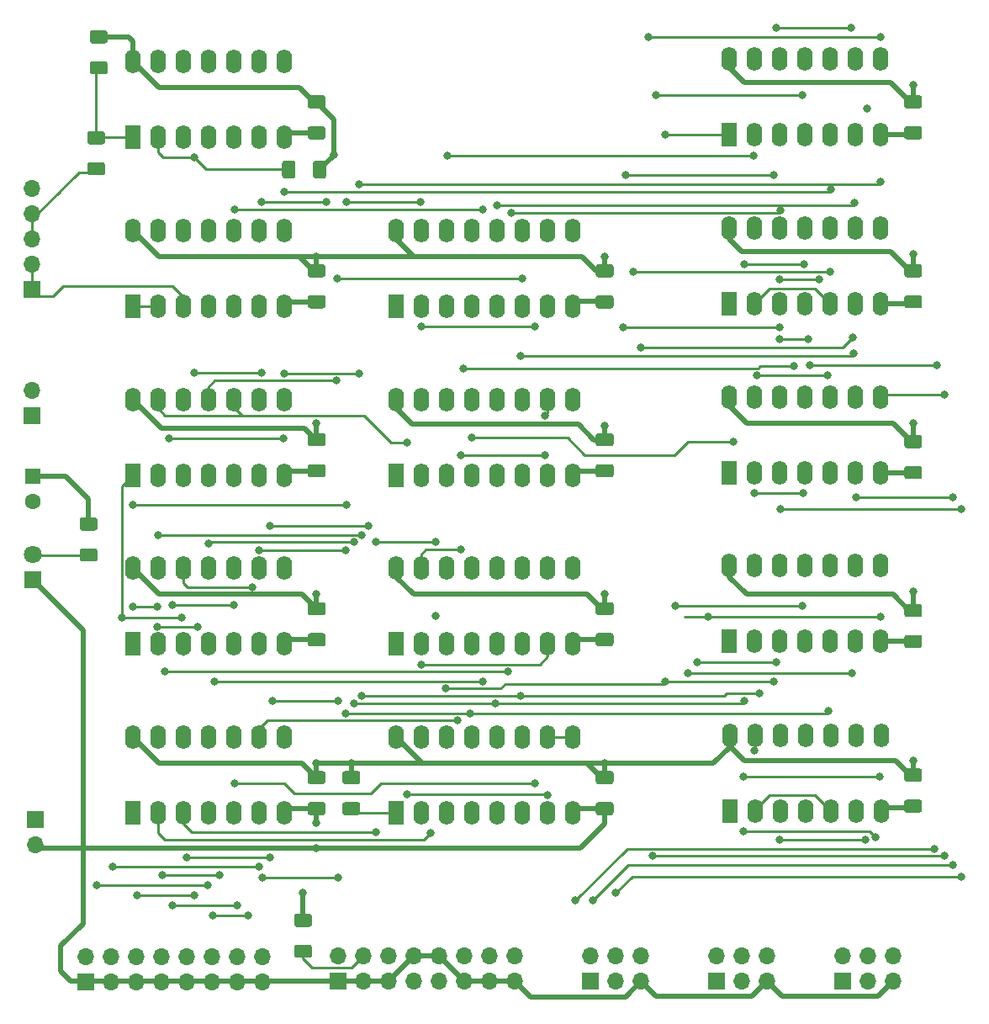
<source format=gbr>
%TF.GenerationSoftware,KiCad,Pcbnew,(5.1.9)-1*%
%TF.CreationDate,2022-04-24T21:01:57-04:00*%
%TF.ProjectId,exorcisortry2,65786f72-6369-4736-9f72-747279322e6b,rev?*%
%TF.SameCoordinates,Original*%
%TF.FileFunction,Copper,L1,Top*%
%TF.FilePolarity,Positive*%
%FSLAX46Y46*%
G04 Gerber Fmt 4.6, Leading zero omitted, Abs format (unit mm)*
G04 Created by KiCad (PCBNEW (5.1.9)-1) date 2022-04-24 21:01:57*
%MOMM*%
%LPD*%
G01*
G04 APERTURE LIST*
%TA.AperFunction,ComponentPad*%
%ADD10O,1.700000X1.700000*%
%TD*%
%TA.AperFunction,ComponentPad*%
%ADD11R,1.700000X1.700000*%
%TD*%
%TA.AperFunction,ComponentPad*%
%ADD12R,1.800000X1.800000*%
%TD*%
%TA.AperFunction,ComponentPad*%
%ADD13C,1.800000*%
%TD*%
%TA.AperFunction,ComponentPad*%
%ADD14O,1.600000X2.400000*%
%TD*%
%TA.AperFunction,ComponentPad*%
%ADD15R,1.600000X2.400000*%
%TD*%
%TA.AperFunction,ComponentPad*%
%ADD16C,1.600000*%
%TD*%
%TA.AperFunction,ComponentPad*%
%ADD17R,1.600000X1.600000*%
%TD*%
%TA.AperFunction,ViaPad*%
%ADD18C,0.800000*%
%TD*%
%TA.AperFunction,Conductor*%
%ADD19C,0.500000*%
%TD*%
%TA.AperFunction,Conductor*%
%ADD20C,0.250000*%
%TD*%
G04 APERTURE END LIST*
%TO.P,C2,2*%
%TO.N,Net-(C2-Pad2)*%
%TA.AperFunction,SMDPad,CuDef*%
G36*
G01*
X34909999Y-30364000D02*
X36210001Y-30364000D01*
G75*
G02*
X36460000Y-30613999I0J-249999D01*
G01*
X36460000Y-31439001D01*
G75*
G02*
X36210001Y-31689000I-249999J0D01*
G01*
X34909999Y-31689000D01*
G75*
G02*
X34660000Y-31439001I0J249999D01*
G01*
X34660000Y-30613999D01*
G75*
G02*
X34909999Y-30364000I249999J0D01*
G01*
G37*
%TD.AperFunction*%
%TO.P,C2,1*%
%TO.N,+5V*%
%TA.AperFunction,SMDPad,CuDef*%
G36*
G01*
X34909999Y-27239000D02*
X36210001Y-27239000D01*
G75*
G02*
X36460000Y-27488999I0J-249999D01*
G01*
X36460000Y-28314001D01*
G75*
G02*
X36210001Y-28564000I-249999J0D01*
G01*
X34909999Y-28564000D01*
G75*
G02*
X34660000Y-28314001I0J249999D01*
G01*
X34660000Y-27488999D01*
G75*
G02*
X34909999Y-27239000I249999J0D01*
G01*
G37*
%TD.AperFunction*%
%TD*%
D10*
%TO.P,J6,2*%
%TO.N,GND*%
X29210000Y-109220000D03*
D11*
%TO.P,J6,1*%
%TO.N,+5V*%
X29210000Y-106680000D03*
%TD*%
D12*
%TO.P,D1,1*%
%TO.N,GND*%
X28956000Y-82550000D03*
D13*
%TO.P,D1,2*%
%TO.N,Net-(D1-Pad2)*%
X28956000Y-80010000D03*
%TD*%
D10*
%TO.P,J5,5*%
%TO.N,GND*%
X28844000Y-43180000D03*
%TO.P,J5,4*%
%TO.N,CLOCK*%
X28844000Y-45720000D03*
%TO.P,J5,3*%
X28844000Y-48260000D03*
%TO.P,J5,2*%
%TO.N,START-STOP*%
X28844000Y-50800000D03*
D11*
%TO.P,J5,1*%
X28844000Y-53340000D03*
%TD*%
D10*
%TO.P,J4,2*%
%TO.N,GND*%
X28844000Y-63500000D03*
D11*
%TO.P,J4,1*%
%TO.N,+5V*%
X28844000Y-66040000D03*
%TD*%
D10*
%TO.P,J2T1,6*%
%TO.N,GND*%
X90170000Y-120396000D03*
%TO.P,J2T1,5*%
X90170000Y-122936000D03*
%TO.P,J2T1,4*%
%TO.N,J2-12*%
X87630000Y-120396000D03*
%TO.P,J2T1,3*%
%TO.N,J2-11*%
X87630000Y-122936000D03*
%TO.P,J2T1,2*%
%TO.N,J2-6*%
X85090000Y-120396000D03*
D11*
%TO.P,J2T1,1*%
%TO.N,J2-5*%
X85090000Y-122936000D03*
%TD*%
D10*
%TO.P,J2R1,6*%
%TO.N,GND*%
X102870000Y-120396000D03*
%TO.P,J2R1,5*%
X102870000Y-122936000D03*
%TO.P,J2R1,4*%
%TO.N,J2-14*%
X100330000Y-120396000D03*
%TO.P,J2R1,3*%
%TO.N,J2-13*%
X100330000Y-122936000D03*
%TO.P,J2R1,2*%
%TO.N,J2-4*%
X97790000Y-120396000D03*
D11*
%TO.P,J2R1,1*%
%TO.N,J2-3*%
X97790000Y-122936000D03*
%TD*%
D10*
%TO.P,J2N1,6*%
%TO.N,GND*%
X115570000Y-120396000D03*
%TO.P,J2N1,5*%
X115570000Y-122936000D03*
%TO.P,J2N1,4*%
%TO.N,J2-16*%
X113030000Y-120396000D03*
%TO.P,J2N1,3*%
%TO.N,J2-15*%
X113030000Y-122936000D03*
%TO.P,J2N1,2*%
%TO.N,J2-2*%
X110490000Y-120396000D03*
D11*
%TO.P,J2N1,1*%
%TO.N,J2-1*%
X110490000Y-122936000D03*
%TD*%
D14*
%TO.P,UA2,14*%
%TO.N,+5V*%
X99075000Y-98171000D03*
%TO.P,UA2,7*%
%TO.N,GND*%
X114315000Y-105791000D03*
%TO.P,UA2,13*%
%TO.N,Net-(UA2-Pad10)*%
X101615000Y-98171000D03*
%TO.P,UA2,6*%
%TO.N,J2-1*%
X111775000Y-105791000D03*
%TO.P,UA2,12*%
%TO.N,Net-(UA2-Pad12)*%
X104155000Y-98171000D03*
%TO.P,UA2,5*%
%TO.N,Net-(UA2-Pad10)*%
X109235000Y-105791000D03*
%TO.P,UA2,11*%
%TO.N,J2-2*%
X106695000Y-98171000D03*
%TO.P,UA2,4*%
%TO.N,Net-(UA2-Pad4)*%
X106695000Y-105791000D03*
%TO.P,UA2,10*%
%TO.N,Net-(UA2-Pad10)*%
X109235000Y-98171000D03*
%TO.P,UA2,3*%
%TO.N,J2-16*%
X104155000Y-105791000D03*
%TO.P,UA2,9*%
%TO.N,Net-(UA2-Pad9)*%
X111775000Y-98171000D03*
%TO.P,UA2,2*%
%TO.N,Net-(UA2-Pad10)*%
X101615000Y-105791000D03*
%TO.P,UA2,8*%
%TO.N,J2-15*%
X114315000Y-98171000D03*
D15*
%TO.P,UA2,1*%
%TO.N,Net-(UA2-Pad1)*%
X99075000Y-105791000D03*
%TD*%
D10*
%TO.P,J3,16*%
%TO.N,J3-16*%
X59690000Y-120396000D03*
%TO.P,J3,15*%
%TO.N,Net-(J3-Pad15)*%
X62230000Y-120396000D03*
%TO.P,J3,14*%
%TO.N,J3-14*%
X64770000Y-120396000D03*
%TO.P,J3,13*%
%TO.N,GND*%
X67310000Y-120396000D03*
%TO.P,J3,12*%
X69850000Y-120396000D03*
%TO.P,J3,11*%
%TO.N,J3-11*%
X72390000Y-120396000D03*
%TO.P,J3,10*%
%TO.N,J3-10*%
X74930000Y-120396000D03*
%TO.P,J3,9*%
%TO.N,J3-9*%
X77470000Y-120396000D03*
%TO.P,J3,8*%
%TO.N,GND*%
X77470000Y-122936000D03*
%TO.P,J3,7*%
X74930000Y-122936000D03*
%TO.P,J3,6*%
X72390000Y-122936000D03*
%TO.P,J3,5*%
%TO.N,J3-5*%
X69850000Y-122936000D03*
%TO.P,J3,4*%
%TO.N,J3-4*%
X67310000Y-122936000D03*
%TO.P,J3,3*%
%TO.N,GND*%
X64770000Y-122936000D03*
%TO.P,J3,2*%
X62230000Y-122936000D03*
D11*
%TO.P,J3,1*%
X59690000Y-122936000D03*
%TD*%
%TO.P,C6,2*%
%TO.N,GND*%
%TA.AperFunction,SMDPad,CuDef*%
G36*
G01*
X56845998Y-70906000D02*
X58146002Y-70906000D01*
G75*
G02*
X58396000Y-71155998I0J-249998D01*
G01*
X58396000Y-71981002D01*
G75*
G02*
X58146002Y-72231000I-249998J0D01*
G01*
X56845998Y-72231000D01*
G75*
G02*
X56596000Y-71981002I0J249998D01*
G01*
X56596000Y-71155998D01*
G75*
G02*
X56845998Y-70906000I249998J0D01*
G01*
G37*
%TD.AperFunction*%
%TO.P,C6,1*%
%TO.N,+5V*%
%TA.AperFunction,SMDPad,CuDef*%
G36*
G01*
X56845998Y-67781000D02*
X58146002Y-67781000D01*
G75*
G02*
X58396000Y-68030998I0J-249998D01*
G01*
X58396000Y-68856002D01*
G75*
G02*
X58146002Y-69106000I-249998J0D01*
G01*
X56845998Y-69106000D01*
G75*
G02*
X56596000Y-68856002I0J249998D01*
G01*
X56596000Y-68030998D01*
G75*
G02*
X56845998Y-67781000I249998J0D01*
G01*
G37*
%TD.AperFunction*%
%TD*%
D14*
%TO.P,UB5,16*%
%TO.N,+5V*%
X65496000Y-47386000D03*
%TO.P,UB5,8*%
%TO.N,GND*%
X83276000Y-55006000D03*
%TO.P,UB5,15*%
%TO.N,Net-(UB5-Pad15)*%
X68036000Y-47386000D03*
%TO.P,UB5,7*%
%TO.N,Net-(UB2-Pad15)*%
X80736000Y-55006000D03*
%TO.P,UB5,14*%
%TO.N,Net-(UA3-Pad12)*%
X70576000Y-47386000D03*
%TO.P,UB5,6*%
%TO.N,Net-(UB5-Pad6)*%
X78196000Y-55006000D03*
%TO.P,UB5,13*%
%TO.N,Net-(UA2-Pad12)*%
X73116000Y-47386000D03*
%TO.P,UB5,5*%
%TO.N,Net-(UB5-Pad5)*%
X75656000Y-55006000D03*
%TO.P,UB5,12*%
%TO.N,Net-(UA5-Pad9)*%
X75656000Y-47386000D03*
%TO.P,UB5,4*%
%TO.N,Net-(UB5-Pad4)*%
X73116000Y-55006000D03*
%TO.P,UB5,11*%
%TO.N,Net-(UB5-Pad11)*%
X78196000Y-47386000D03*
%TO.P,UB5,3*%
%TO.N,Net-(UB5-Pad3)*%
X70576000Y-55006000D03*
%TO.P,UB5,10*%
%TO.N,Net-(UB4-Pad15)*%
X80736000Y-47386000D03*
%TO.P,UB5,2*%
%TO.N,Net-(UB2-Pad2)*%
X68036000Y-55006000D03*
%TO.P,UB5,9*%
%TO.N,Net-(R2-Pad1)*%
X83276000Y-47386000D03*
D15*
%TO.P,UB5,1*%
X65496000Y-55006000D03*
%TD*%
D10*
%TO.P,J1,16*%
%TO.N,Net-(J1-Pad16)*%
X34290000Y-120466000D03*
%TO.P,J1,15*%
%TO.N,Net-(J1-Pad15)*%
X36830000Y-120466000D03*
%TO.P,J1,14*%
%TO.N,Net-(J1-Pad14)*%
X39370000Y-120466000D03*
%TO.P,J1,13*%
%TO.N,Net-(J1-Pad13)*%
X41910000Y-120466000D03*
%TO.P,J1,12*%
%TO.N,Net-(J1-Pad12)*%
X44450000Y-120466000D03*
%TO.P,J1,11*%
%TO.N,Net-(J1-Pad11)*%
X46990000Y-120466000D03*
%TO.P,J1,10*%
%TO.N,Net-(J1-Pad10)*%
X49530000Y-120466000D03*
%TO.P,J1,9*%
%TO.N,Net-(J1-Pad9)*%
X52070000Y-120466000D03*
%TO.P,J1,8*%
%TO.N,GND*%
X52070000Y-123006000D03*
%TO.P,J1,7*%
X49530000Y-123006000D03*
%TO.P,J1,6*%
X46990000Y-123006000D03*
%TO.P,J1,5*%
X44450000Y-123006000D03*
%TO.P,J1,4*%
X41910000Y-123006000D03*
%TO.P,J1,3*%
X39370000Y-123006000D03*
%TO.P,J1,2*%
X36830000Y-123006000D03*
D11*
%TO.P,J1,1*%
X34290000Y-123006000D03*
%TD*%
D14*
%TO.P,UB3,16*%
%TO.N,+5V*%
X65496000Y-81386000D03*
%TO.P,UB3,8*%
%TO.N,GND*%
X83276000Y-89006000D03*
%TO.P,UB3,15*%
%TO.N,Net-(UB3-Pad15)*%
X68036000Y-81386000D03*
%TO.P,UB3,7*%
%TO.N,Net-(UB2-Pad15)*%
X80736000Y-89006000D03*
%TO.P,UB3,14*%
%TO.N,Net-(UB3-Pad14)*%
X70576000Y-81386000D03*
%TO.P,UB3,6*%
%TO.N,Net-(UB3-Pad6)*%
X78196000Y-89006000D03*
%TO.P,UB3,13*%
%TO.N,Net-(UB3-Pad13)*%
X73116000Y-81386000D03*
%TO.P,UB3,5*%
%TO.N,Net-(UB3-Pad5)*%
X75656000Y-89006000D03*
%TO.P,UB3,12*%
%TO.N,Net-(UB3-Pad12)*%
X75656000Y-81386000D03*
%TO.P,UB3,4*%
%TO.N,Net-(UB3-Pad4)*%
X73116000Y-89006000D03*
%TO.P,UB3,11*%
%TO.N,Net-(UB3-Pad11)*%
X78196000Y-81386000D03*
%TO.P,UB3,3*%
%TO.N,Net-(UB3-Pad3)*%
X70576000Y-89006000D03*
%TO.P,UB3,10*%
%TO.N,Net-(UB2-Pad15)*%
X80736000Y-81386000D03*
%TO.P,UB3,2*%
%TO.N,Net-(UB2-Pad2)*%
X68036000Y-89006000D03*
%TO.P,UB3,9*%
%TO.N,Net-(R2-Pad1)*%
X83276000Y-81386000D03*
D15*
%TO.P,UB3,1*%
X65496000Y-89006000D03*
%TD*%
%TO.P,C17,2*%
%TO.N,GND*%
%TA.AperFunction,SMDPad,CuDef*%
G36*
G01*
X116901998Y-36902000D02*
X118202002Y-36902000D01*
G75*
G02*
X118452000Y-37151998I0J-249998D01*
G01*
X118452000Y-37977002D01*
G75*
G02*
X118202002Y-38227000I-249998J0D01*
G01*
X116901998Y-38227000D01*
G75*
G02*
X116652000Y-37977002I0J249998D01*
G01*
X116652000Y-37151998D01*
G75*
G02*
X116901998Y-36902000I249998J0D01*
G01*
G37*
%TD.AperFunction*%
%TO.P,C17,1*%
%TO.N,+5V*%
%TA.AperFunction,SMDPad,CuDef*%
G36*
G01*
X116901998Y-33777000D02*
X118202002Y-33777000D01*
G75*
G02*
X118452000Y-34026998I0J-249998D01*
G01*
X118452000Y-34852002D01*
G75*
G02*
X118202002Y-35102000I-249998J0D01*
G01*
X116901998Y-35102000D01*
G75*
G02*
X116652000Y-34852002I0J249998D01*
G01*
X116652000Y-34026998D01*
G75*
G02*
X116901998Y-33777000I249998J0D01*
G01*
G37*
%TD.AperFunction*%
%TD*%
%TO.P,C16,2*%
%TO.N,GND*%
%TA.AperFunction,SMDPad,CuDef*%
G36*
G01*
X116901998Y-53902000D02*
X118202002Y-53902000D01*
G75*
G02*
X118452000Y-54151998I0J-249998D01*
G01*
X118452000Y-54977002D01*
G75*
G02*
X118202002Y-55227000I-249998J0D01*
G01*
X116901998Y-55227000D01*
G75*
G02*
X116652000Y-54977002I0J249998D01*
G01*
X116652000Y-54151998D01*
G75*
G02*
X116901998Y-53902000I249998J0D01*
G01*
G37*
%TD.AperFunction*%
%TO.P,C16,1*%
%TO.N,+5V*%
%TA.AperFunction,SMDPad,CuDef*%
G36*
G01*
X116901998Y-50777000D02*
X118202002Y-50777000D01*
G75*
G02*
X118452000Y-51026998I0J-249998D01*
G01*
X118452000Y-51852002D01*
G75*
G02*
X118202002Y-52102000I-249998J0D01*
G01*
X116901998Y-52102000D01*
G75*
G02*
X116652000Y-51852002I0J249998D01*
G01*
X116652000Y-51026998D01*
G75*
G02*
X116901998Y-50777000I249998J0D01*
G01*
G37*
%TD.AperFunction*%
%TD*%
%TO.P,C15,2*%
%TO.N,GND*%
%TA.AperFunction,SMDPad,CuDef*%
G36*
G01*
X116901998Y-71089500D02*
X118202002Y-71089500D01*
G75*
G02*
X118452000Y-71339498I0J-249998D01*
G01*
X118452000Y-72164502D01*
G75*
G02*
X118202002Y-72414500I-249998J0D01*
G01*
X116901998Y-72414500D01*
G75*
G02*
X116652000Y-72164502I0J249998D01*
G01*
X116652000Y-71339498D01*
G75*
G02*
X116901998Y-71089500I249998J0D01*
G01*
G37*
%TD.AperFunction*%
%TO.P,C15,1*%
%TO.N,+5V*%
%TA.AperFunction,SMDPad,CuDef*%
G36*
G01*
X116901998Y-67964500D02*
X118202002Y-67964500D01*
G75*
G02*
X118452000Y-68214498I0J-249998D01*
G01*
X118452000Y-69039502D01*
G75*
G02*
X118202002Y-69289500I-249998J0D01*
G01*
X116901998Y-69289500D01*
G75*
G02*
X116652000Y-69039502I0J249998D01*
G01*
X116652000Y-68214498D01*
G75*
G02*
X116901998Y-67964500I249998J0D01*
G01*
G37*
%TD.AperFunction*%
%TD*%
%TO.P,C14,2*%
%TO.N,GND*%
%TA.AperFunction,SMDPad,CuDef*%
G36*
G01*
X116901998Y-88089500D02*
X118202002Y-88089500D01*
G75*
G02*
X118452000Y-88339498I0J-249998D01*
G01*
X118452000Y-89164502D01*
G75*
G02*
X118202002Y-89414500I-249998J0D01*
G01*
X116901998Y-89414500D01*
G75*
G02*
X116652000Y-89164502I0J249998D01*
G01*
X116652000Y-88339498D01*
G75*
G02*
X116901998Y-88089500I249998J0D01*
G01*
G37*
%TD.AperFunction*%
%TO.P,C14,1*%
%TO.N,+5V*%
%TA.AperFunction,SMDPad,CuDef*%
G36*
G01*
X116901998Y-84964500D02*
X118202002Y-84964500D01*
G75*
G02*
X118452000Y-85214498I0J-249998D01*
G01*
X118452000Y-86039502D01*
G75*
G02*
X118202002Y-86289500I-249998J0D01*
G01*
X116901998Y-86289500D01*
G75*
G02*
X116652000Y-86039502I0J249998D01*
G01*
X116652000Y-85214498D01*
G75*
G02*
X116901998Y-84964500I249998J0D01*
G01*
G37*
%TD.AperFunction*%
%TD*%
D14*
%TO.P,UA5,14*%
%TO.N,+5V*%
X99052000Y-47132000D03*
%TO.P,UA5,7*%
%TO.N,GND*%
X114292000Y-54752000D03*
%TO.P,UA5,13*%
%TO.N,Net-(UA4-Pad10)*%
X101592000Y-47132000D03*
%TO.P,UA5,6*%
%TO.N,J3-11*%
X111752000Y-54752000D03*
%TO.P,UA5,12*%
%TO.N,Net-(UA2-Pad4)*%
X104132000Y-47132000D03*
%TO.P,UA5,5*%
%TO.N,Net-(UA3-Pad10)*%
X109212000Y-54752000D03*
%TO.P,UA5,11*%
%TO.N,J3-5*%
X106672000Y-47132000D03*
%TO.P,UA5,4*%
%TO.N,Net-(UA3-Pad12)*%
X106672000Y-54752000D03*
%TO.P,UA5,10*%
%TO.N,Net-(UA5-Pad10)*%
X109212000Y-47132000D03*
%TO.P,UA5,3*%
%TO.N,J3-4*%
X104132000Y-54752000D03*
%TO.P,UA5,9*%
%TO.N,Net-(UA5-Pad9)*%
X111752000Y-47132000D03*
%TO.P,UA5,2*%
%TO.N,Net-(UA3-Pad10)*%
X101592000Y-54752000D03*
%TO.P,UA5,8*%
%TO.N,Net-(UA5-Pad8)*%
X114292000Y-47132000D03*
D15*
%TO.P,UA5,1*%
%TO.N,Net-(UA2-Pad1)*%
X99052000Y-54752000D03*
%TD*%
D14*
%TO.P,UC6,14*%
%TO.N,+5V*%
X38996000Y-30386000D03*
%TO.P,UC6,7*%
%TO.N,GND*%
X54236000Y-38006000D03*
%TO.P,UC6,13*%
%TO.N,N/C*%
X41536000Y-30386000D03*
%TO.P,UC6,6*%
X51696000Y-38006000D03*
%TO.P,UC6,12*%
X44076000Y-30386000D03*
%TO.P,UC6,5*%
X49156000Y-38006000D03*
%TO.P,UC6,11*%
X46616000Y-30386000D03*
%TO.P,UC6,4*%
X46616000Y-38006000D03*
%TO.P,UC6,10*%
X49156000Y-30386000D03*
%TO.P,UC6,3*%
X44076000Y-38006000D03*
%TO.P,UC6,9*%
X51696000Y-30386000D03*
%TO.P,UC6,2*%
%TO.N,Net-(R1-Pad2)*%
X41536000Y-38006000D03*
%TO.P,UC6,8*%
%TO.N,N/C*%
X54236000Y-30386000D03*
D15*
%TO.P,UC6,1*%
%TO.N,Net-(C2-Pad2)*%
X38996000Y-38006000D03*
%TD*%
D14*
%TO.P,UC5,14*%
%TO.N,+5V*%
X38996000Y-47386000D03*
%TO.P,UC5,7*%
%TO.N,GND*%
X54236000Y-55006000D03*
%TO.P,UC5,13*%
%TO.N,N/C*%
X41536000Y-47386000D03*
%TO.P,UC5,6*%
X51696000Y-55006000D03*
%TO.P,UC5,12*%
X44076000Y-47386000D03*
%TO.P,UC5,5*%
X49156000Y-55006000D03*
%TO.P,UC5,11*%
X46616000Y-47386000D03*
%TO.P,UC5,4*%
X46616000Y-55006000D03*
%TO.P,UC5,10*%
%TO.N,Net-(UB3-Pad13)*%
X49156000Y-47386000D03*
%TO.P,UC5,3*%
%TO.N,START-STOP*%
X44076000Y-55006000D03*
%TO.P,UC5,9*%
%TO.N,Net-(UB5-Pad11)*%
X51696000Y-47386000D03*
%TO.P,UC5,2*%
%TO.N,Net-(UC4-Pad3)*%
X41536000Y-55006000D03*
%TO.P,UC5,8*%
%TO.N,Net-(UA5-Pad10)*%
X54236000Y-47386000D03*
D15*
%TO.P,UC5,1*%
%TO.N,Net-(UC4-Pad3)*%
X38996000Y-55006000D03*
%TD*%
D14*
%TO.P,UC4,14*%
%TO.N,+5V*%
X38996000Y-64386000D03*
%TO.P,UC4,7*%
%TO.N,GND*%
X54236000Y-72006000D03*
%TO.P,UC4,13*%
%TO.N,Net-(R2-Pad1)*%
X41536000Y-64386000D03*
%TO.P,UC4,6*%
%TO.N,Net-(UC4-Pad6)*%
X51696000Y-72006000D03*
%TO.P,UC4,12*%
%TO.N,Net-(R1-Pad2)*%
X44076000Y-64386000D03*
%TO.P,UC4,5*%
%TO.N,Net-(UC2-Pad5)*%
X49156000Y-72006000D03*
%TO.P,UC4,11*%
%TO.N,Net-(UC2-Pad2)*%
X46616000Y-64386000D03*
%TO.P,UC4,4*%
%TO.N,Net-(UC2-Pad4)*%
X46616000Y-72006000D03*
%TO.P,UC4,10*%
%TO.N,Net-(R2-Pad1)*%
X49156000Y-64386000D03*
%TO.P,UC4,3*%
%TO.N,Net-(UC4-Pad3)*%
X44076000Y-72006000D03*
%TO.P,UC4,9*%
%TO.N,Net-(R1-Pad2)*%
X51696000Y-64386000D03*
%TO.P,UC4,2*%
%TO.N,Net-(UC4-Pad2)*%
X41536000Y-72006000D03*
%TO.P,UC4,8*%
%TO.N,Net-(UA5-Pad8)*%
X54236000Y-64386000D03*
D15*
%TO.P,UC4,1*%
%TO.N,Net-(UB5-Pad15)*%
X38996000Y-72006000D03*
%TD*%
D14*
%TO.P,UC3,14*%
%TO.N,+5V*%
X38996000Y-98386000D03*
%TO.P,UC3,7*%
%TO.N,GND*%
X54236000Y-106006000D03*
%TO.P,UC3,13*%
%TO.N,Net-(UB3-Pad12)*%
X41536000Y-98386000D03*
%TO.P,UC3,6*%
%TO.N,Net-(J1-Pad15)*%
X51696000Y-106006000D03*
%TO.P,UC3,12*%
%TO.N,Net-(J1-Pad14)*%
X44076000Y-98386000D03*
%TO.P,UC3,5*%
%TO.N,Net-(UB3-Pad11)*%
X49156000Y-106006000D03*
%TO.P,UC3,11*%
%TO.N,Net-(UB3-Pad13)*%
X46616000Y-98386000D03*
%TO.P,UC3,4*%
%TO.N,Net-(J1-Pad16)*%
X46616000Y-106006000D03*
%TO.P,UC3,10*%
%TO.N,Net-(J1-Pad13)*%
X49156000Y-98386000D03*
%TO.P,UC3,3*%
%TO.N,Net-(UB4-Pad14)*%
X44076000Y-106006000D03*
%TO.P,UC3,9*%
%TO.N,Net-(UB3-Pad14)*%
X51696000Y-98386000D03*
%TO.P,UC3,2*%
%TO.N,Net-(UB2-Pad2)*%
X41536000Y-106006000D03*
%TO.P,UC3,8*%
%TO.N,Net-(J1-Pad12)*%
X54236000Y-98386000D03*
D15*
%TO.P,UC3,1*%
%TO.N,Net-(C2-Pad2)*%
X38996000Y-106006000D03*
%TD*%
D14*
%TO.P,UC2,14*%
%TO.N,+5V*%
X38996000Y-81386000D03*
%TO.P,UC2,7*%
%TO.N,GND*%
X54236000Y-89006000D03*
%TO.P,UC2,13*%
%TO.N,Net-(UA3-Pad13)*%
X41536000Y-81386000D03*
%TO.P,UC2,6*%
%TO.N,J3-16*%
X51696000Y-89006000D03*
%TO.P,UC2,12*%
%TO.N,Net-(J1-Pad11)*%
X44076000Y-81386000D03*
%TO.P,UC2,5*%
%TO.N,Net-(UC2-Pad5)*%
X49156000Y-89006000D03*
%TO.P,UC2,11*%
%TO.N,Net-(UA4-Pad10)*%
X46616000Y-81386000D03*
%TO.P,UC2,4*%
%TO.N,Net-(UC2-Pad4)*%
X46616000Y-89006000D03*
%TO.P,UC2,10*%
%TO.N,Net-(J1-Pad10)*%
X49156000Y-81386000D03*
%TO.P,UC2,3*%
%TO.N,Net-(UB5-Pad15)*%
X44076000Y-89006000D03*
%TO.P,UC2,9*%
%TO.N,Net-(UA3-Pad10)*%
X51696000Y-81386000D03*
%TO.P,UC2,2*%
%TO.N,Net-(UC2-Pad2)*%
X41536000Y-89006000D03*
%TO.P,UC2,8*%
%TO.N,Net-(J1-Pad9)*%
X54236000Y-81386000D03*
D15*
%TO.P,UC2,1*%
%TO.N,Net-(UA5-Pad8)*%
X38996000Y-89006000D03*
%TD*%
D14*
%TO.P,UB4,16*%
%TO.N,+5V*%
X65496000Y-64386000D03*
%TO.P,UB4,8*%
%TO.N,GND*%
X83276000Y-72006000D03*
%TO.P,UB4,15*%
%TO.N,Net-(UB4-Pad15)*%
X68036000Y-64386000D03*
%TO.P,UB4,7*%
%TO.N,Net-(UB2-Pad15)*%
X80736000Y-72006000D03*
%TO.P,UB4,14*%
%TO.N,Net-(UB4-Pad14)*%
X70576000Y-64386000D03*
%TO.P,UB4,6*%
%TO.N,Net-(UB4-Pad6)*%
X78196000Y-72006000D03*
%TO.P,UB4,13*%
%TO.N,Net-(UA2-Pad1)*%
X73116000Y-64386000D03*
%TO.P,UB4,5*%
%TO.N,Net-(UB4-Pad5)*%
X75656000Y-72006000D03*
%TO.P,UB4,12*%
%TO.N,Net-(UA2-Pad4)*%
X75656000Y-64386000D03*
%TO.P,UB4,4*%
%TO.N,Net-(UB4-Pad4)*%
X73116000Y-72006000D03*
%TO.P,UB4,11*%
%TO.N,Net-(UA2-Pad9)*%
X78196000Y-64386000D03*
%TO.P,UB4,3*%
%TO.N,Net-(UB4-Pad3)*%
X70576000Y-72006000D03*
%TO.P,UB4,10*%
%TO.N,Net-(UB3-Pad15)*%
X80736000Y-64386000D03*
%TO.P,UB4,2*%
%TO.N,Net-(UB2-Pad2)*%
X68036000Y-72006000D03*
%TO.P,UB4,9*%
%TO.N,Net-(R2-Pad1)*%
X83276000Y-64386000D03*
D15*
%TO.P,UB4,1*%
X65496000Y-72006000D03*
%TD*%
D14*
%TO.P,UB2,16*%
%TO.N,+5V*%
X65496000Y-98386000D03*
%TO.P,UB2,8*%
%TO.N,GND*%
X83276000Y-106006000D03*
%TO.P,UB2,15*%
%TO.N,Net-(UB2-Pad15)*%
X68036000Y-98386000D03*
%TO.P,UB2,7*%
%TO.N,Net-(R2-Pad1)*%
X80736000Y-106006000D03*
%TO.P,UB2,14*%
%TO.N,Net-(UA2-Pad10)*%
X70576000Y-98386000D03*
%TO.P,UB2,6*%
%TO.N,Net-(UB2-Pad6)*%
X78196000Y-106006000D03*
%TO.P,UB2,13*%
%TO.N,Net-(UA3-Pad10)*%
X73116000Y-98386000D03*
%TO.P,UB2,5*%
%TO.N,Net-(UB2-Pad5)*%
X75656000Y-106006000D03*
%TO.P,UB2,12*%
%TO.N,Net-(UA4-Pad10)*%
X75656000Y-98386000D03*
%TO.P,UB2,4*%
%TO.N,Net-(UB2-Pad4)*%
X73116000Y-106006000D03*
%TO.P,UB2,11*%
%TO.N,Net-(UA3-Pad13)*%
X78196000Y-98386000D03*
%TO.P,UB2,3*%
%TO.N,Net-(UB2-Pad3)*%
X70576000Y-106006000D03*
%TO.P,UB2,10*%
%TO.N,Net-(R2-Pad1)*%
X80736000Y-98386000D03*
%TO.P,UB2,2*%
%TO.N,Net-(UB2-Pad2)*%
X68036000Y-106006000D03*
%TO.P,UB2,9*%
%TO.N,Net-(R2-Pad1)*%
X83276000Y-98386000D03*
D15*
%TO.P,UB2,1*%
X65496000Y-106006000D03*
%TD*%
%TO.P,UA6,1*%
%TO.N,Net-(UA2-Pad10)*%
X99052000Y-37752000D03*
D14*
%TO.P,UA6,8*%
%TO.N,J3-10*%
X114292000Y-30132000D03*
%TO.P,UA6,2*%
%TO.N,Net-(UA3-Pad12)*%
X101592000Y-37752000D03*
%TO.P,UA6,9*%
%TO.N,Net-(UA2-Pad12)*%
X111752000Y-30132000D03*
%TO.P,UA6,3*%
%TO.N,J3-14*%
X104132000Y-37752000D03*
%TO.P,UA6,10*%
%TO.N,Net-(UA3-Pad10)*%
X109212000Y-30132000D03*
%TO.P,UA6,4*%
%TO.N,N/C*%
X106672000Y-37752000D03*
%TO.P,UA6,11*%
%TO.N,J3-9*%
X106672000Y-30132000D03*
%TO.P,UA6,5*%
%TO.N,N/C*%
X109212000Y-37752000D03*
%TO.P,UA6,12*%
%TO.N,Net-(UA2-Pad12)*%
X104132000Y-30132000D03*
%TO.P,UA6,6*%
%TO.N,N/C*%
X111752000Y-37752000D03*
%TO.P,UA6,13*%
%TO.N,Net-(UA4-Pad10)*%
X101592000Y-30132000D03*
%TO.P,UA6,7*%
%TO.N,GND*%
X114292000Y-37752000D03*
%TO.P,UA6,14*%
%TO.N,+5V*%
X99052000Y-30132000D03*
%TD*%
%TO.P,UA4,14*%
%TO.N,+5V*%
X99052000Y-64132000D03*
%TO.P,UA4,7*%
%TO.N,GND*%
X114292000Y-71752000D03*
%TO.P,UA4,13*%
%TO.N,Net-(UA4-Pad10)*%
X101592000Y-64132000D03*
%TO.P,UA4,6*%
%TO.N,J2-5*%
X111752000Y-71752000D03*
%TO.P,UA4,12*%
%TO.N,Net-(UA3-Pad12)*%
X104132000Y-64132000D03*
%TO.P,UA4,5*%
%TO.N,Net-(UA2-Pad4)*%
X109212000Y-71752000D03*
%TO.P,UA4,11*%
%TO.N,J2-6*%
X106672000Y-64132000D03*
%TO.P,UA4,4*%
%TO.N,Net-(UA3-Pad13)*%
X106672000Y-71752000D03*
%TO.P,UA4,10*%
%TO.N,Net-(UA4-Pad10)*%
X109212000Y-64132000D03*
%TO.P,UA4,3*%
%TO.N,J2-12*%
X104132000Y-71752000D03*
%TO.P,UA4,9*%
%TO.N,Net-(UA2-Pad9)*%
X111752000Y-64132000D03*
%TO.P,UA4,2*%
%TO.N,Net-(UA4-Pad10)*%
X101592000Y-71752000D03*
%TO.P,UA4,8*%
%TO.N,J2-11*%
X114292000Y-64132000D03*
D15*
%TO.P,UA4,1*%
%TO.N,Net-(UA2-Pad1)*%
X99052000Y-71752000D03*
%TD*%
D14*
%TO.P,UA3,14*%
%TO.N,+5V*%
X99052000Y-81132000D03*
%TO.P,UA3,7*%
%TO.N,GND*%
X114292000Y-88752000D03*
%TO.P,UA3,13*%
%TO.N,Net-(UA3-Pad13)*%
X101592000Y-81132000D03*
%TO.P,UA3,6*%
%TO.N,J2-3*%
X111752000Y-88752000D03*
%TO.P,UA3,12*%
%TO.N,Net-(UA3-Pad12)*%
X104132000Y-81132000D03*
%TO.P,UA3,5*%
%TO.N,Net-(UA3-Pad10)*%
X109212000Y-88752000D03*
%TO.P,UA3,11*%
%TO.N,J2-4*%
X106672000Y-81132000D03*
%TO.P,UA3,4*%
%TO.N,Net-(UA2-Pad4)*%
X106672000Y-88752000D03*
%TO.P,UA3,10*%
%TO.N,Net-(UA3-Pad10)*%
X109212000Y-81132000D03*
%TO.P,UA3,3*%
%TO.N,J2-14*%
X104132000Y-88752000D03*
%TO.P,UA3,9*%
%TO.N,Net-(UA2-Pad9)*%
X111752000Y-81132000D03*
%TO.P,UA3,2*%
%TO.N,Net-(UA3-Pad13)*%
X101592000Y-88752000D03*
%TO.P,UA3,8*%
%TO.N,J2-13*%
X114292000Y-81132000D03*
D15*
%TO.P,UA3,1*%
%TO.N,Net-(UA2-Pad1)*%
X99052000Y-88752000D03*
%TD*%
%TO.P,R5,1*%
%TO.N,+5V*%
%TA.AperFunction,SMDPad,CuDef*%
G36*
G01*
X33893998Y-76261000D02*
X35194002Y-76261000D01*
G75*
G02*
X35444000Y-76510998I0J-249998D01*
G01*
X35444000Y-77336002D01*
G75*
G02*
X35194002Y-77586000I-249998J0D01*
G01*
X33893998Y-77586000D01*
G75*
G02*
X33644000Y-77336002I0J249998D01*
G01*
X33644000Y-76510998D01*
G75*
G02*
X33893998Y-76261000I249998J0D01*
G01*
G37*
%TD.AperFunction*%
%TO.P,R5,2*%
%TO.N,Net-(D1-Pad2)*%
%TA.AperFunction,SMDPad,CuDef*%
G36*
G01*
X33893998Y-79386000D02*
X35194002Y-79386000D01*
G75*
G02*
X35444000Y-79635998I0J-249998D01*
G01*
X35444000Y-80461002D01*
G75*
G02*
X35194002Y-80711000I-249998J0D01*
G01*
X33893998Y-80711000D01*
G75*
G02*
X33644000Y-80461002I0J249998D01*
G01*
X33644000Y-79635998D01*
G75*
G02*
X33893998Y-79386000I249998J0D01*
G01*
G37*
%TD.AperFunction*%
%TD*%
%TO.P,R4,1*%
%TO.N,+5V*%
%TA.AperFunction,SMDPad,CuDef*%
G36*
G01*
X55483998Y-116139000D02*
X56784002Y-116139000D01*
G75*
G02*
X57034000Y-116388998I0J-249998D01*
G01*
X57034000Y-117214002D01*
G75*
G02*
X56784002Y-117464000I-249998J0D01*
G01*
X55483998Y-117464000D01*
G75*
G02*
X55234000Y-117214002I0J249998D01*
G01*
X55234000Y-116388998D01*
G75*
G02*
X55483998Y-116139000I249998J0D01*
G01*
G37*
%TD.AperFunction*%
%TO.P,R4,2*%
%TO.N,Net-(J3-Pad15)*%
%TA.AperFunction,SMDPad,CuDef*%
G36*
G01*
X55483998Y-119264000D02*
X56784002Y-119264000D01*
G75*
G02*
X57034000Y-119513998I0J-249998D01*
G01*
X57034000Y-120339002D01*
G75*
G02*
X56784002Y-120589000I-249998J0D01*
G01*
X55483998Y-120589000D01*
G75*
G02*
X55234000Y-120339002I0J249998D01*
G01*
X55234000Y-119513998D01*
G75*
G02*
X55483998Y-119264000I249998J0D01*
G01*
G37*
%TD.AperFunction*%
%TD*%
%TO.P,R3,1*%
%TO.N,Net-(C2-Pad2)*%
%TA.AperFunction,SMDPad,CuDef*%
G36*
G01*
X34655998Y-37399000D02*
X35956002Y-37399000D01*
G75*
G02*
X36206000Y-37648998I0J-249998D01*
G01*
X36206000Y-38474002D01*
G75*
G02*
X35956002Y-38724000I-249998J0D01*
G01*
X34655998Y-38724000D01*
G75*
G02*
X34406000Y-38474002I0J249998D01*
G01*
X34406000Y-37648998D01*
G75*
G02*
X34655998Y-37399000I249998J0D01*
G01*
G37*
%TD.AperFunction*%
%TO.P,R3,2*%
%TO.N,CLOCK*%
%TA.AperFunction,SMDPad,CuDef*%
G36*
G01*
X34655998Y-40524000D02*
X35956002Y-40524000D01*
G75*
G02*
X36206000Y-40773998I0J-249998D01*
G01*
X36206000Y-41599002D01*
G75*
G02*
X35956002Y-41849000I-249998J0D01*
G01*
X34655998Y-41849000D01*
G75*
G02*
X34406000Y-41599002I0J249998D01*
G01*
X34406000Y-40773998D01*
G75*
G02*
X34655998Y-40524000I249998J0D01*
G01*
G37*
%TD.AperFunction*%
%TD*%
%TO.P,R2,2*%
%TO.N,+5V*%
%TA.AperFunction,SMDPad,CuDef*%
G36*
G01*
X61646002Y-103106000D02*
X60345998Y-103106000D01*
G75*
G02*
X60096000Y-102856002I0J249998D01*
G01*
X60096000Y-102030998D01*
G75*
G02*
X60345998Y-101781000I249998J0D01*
G01*
X61646002Y-101781000D01*
G75*
G02*
X61896000Y-102030998I0J-249998D01*
G01*
X61896000Y-102856002D01*
G75*
G02*
X61646002Y-103106000I-249998J0D01*
G01*
G37*
%TD.AperFunction*%
%TO.P,R2,1*%
%TO.N,Net-(R2-Pad1)*%
%TA.AperFunction,SMDPad,CuDef*%
G36*
G01*
X61646002Y-106231000D02*
X60345998Y-106231000D01*
G75*
G02*
X60096000Y-105981002I0J249998D01*
G01*
X60096000Y-105155998D01*
G75*
G02*
X60345998Y-104906000I249998J0D01*
G01*
X61646002Y-104906000D01*
G75*
G02*
X61896000Y-105155998I0J-249998D01*
G01*
X61896000Y-105981002D01*
G75*
G02*
X61646002Y-106231000I-249998J0D01*
G01*
G37*
%TD.AperFunction*%
%TD*%
%TO.P,R1,1*%
%TO.N,+5V*%
%TA.AperFunction,SMDPad,CuDef*%
G36*
G01*
X58471000Y-40605998D02*
X58471000Y-41906002D01*
G75*
G02*
X58221002Y-42156000I-249998J0D01*
G01*
X57395998Y-42156000D01*
G75*
G02*
X57146000Y-41906002I0J249998D01*
G01*
X57146000Y-40605998D01*
G75*
G02*
X57395998Y-40356000I249998J0D01*
G01*
X58221002Y-40356000D01*
G75*
G02*
X58471000Y-40605998I0J-249998D01*
G01*
G37*
%TD.AperFunction*%
%TO.P,R1,2*%
%TO.N,Net-(R1-Pad2)*%
%TA.AperFunction,SMDPad,CuDef*%
G36*
G01*
X55346000Y-40605998D02*
X55346000Y-41906002D01*
G75*
G02*
X55096002Y-42156000I-249998J0D01*
G01*
X54270998Y-42156000D01*
G75*
G02*
X54021000Y-41906002I0J249998D01*
G01*
X54021000Y-40605998D01*
G75*
G02*
X54270998Y-40356000I249998J0D01*
G01*
X55096002Y-40356000D01*
G75*
G02*
X55346000Y-40605998I0J-249998D01*
G01*
G37*
%TD.AperFunction*%
%TD*%
%TO.P,C13,2*%
%TO.N,GND*%
%TA.AperFunction,SMDPad,CuDef*%
G36*
G01*
X116901998Y-104652000D02*
X118202002Y-104652000D01*
G75*
G02*
X118452000Y-104901998I0J-249998D01*
G01*
X118452000Y-105727002D01*
G75*
G02*
X118202002Y-105977000I-249998J0D01*
G01*
X116901998Y-105977000D01*
G75*
G02*
X116652000Y-105727002I0J249998D01*
G01*
X116652000Y-104901998D01*
G75*
G02*
X116901998Y-104652000I249998J0D01*
G01*
G37*
%TD.AperFunction*%
%TO.P,C13,1*%
%TO.N,+5V*%
%TA.AperFunction,SMDPad,CuDef*%
G36*
G01*
X116901998Y-101527000D02*
X118202002Y-101527000D01*
G75*
G02*
X118452000Y-101776998I0J-249998D01*
G01*
X118452000Y-102602002D01*
G75*
G02*
X118202002Y-102852000I-249998J0D01*
G01*
X116901998Y-102852000D01*
G75*
G02*
X116652000Y-102602002I0J249998D01*
G01*
X116652000Y-101776998D01*
G75*
G02*
X116901998Y-101527000I249998J0D01*
G01*
G37*
%TD.AperFunction*%
%TD*%
%TO.P,C12,2*%
%TO.N,GND*%
%TA.AperFunction,SMDPad,CuDef*%
G36*
G01*
X85845998Y-53906000D02*
X87146002Y-53906000D01*
G75*
G02*
X87396000Y-54155998I0J-249998D01*
G01*
X87396000Y-54981002D01*
G75*
G02*
X87146002Y-55231000I-249998J0D01*
G01*
X85845998Y-55231000D01*
G75*
G02*
X85596000Y-54981002I0J249998D01*
G01*
X85596000Y-54155998D01*
G75*
G02*
X85845998Y-53906000I249998J0D01*
G01*
G37*
%TD.AperFunction*%
%TO.P,C12,1*%
%TO.N,+5V*%
%TA.AperFunction,SMDPad,CuDef*%
G36*
G01*
X85845998Y-50781000D02*
X87146002Y-50781000D01*
G75*
G02*
X87396000Y-51030998I0J-249998D01*
G01*
X87396000Y-51856002D01*
G75*
G02*
X87146002Y-52106000I-249998J0D01*
G01*
X85845998Y-52106000D01*
G75*
G02*
X85596000Y-51856002I0J249998D01*
G01*
X85596000Y-51030998D01*
G75*
G02*
X85845998Y-50781000I249998J0D01*
G01*
G37*
%TD.AperFunction*%
%TD*%
%TO.P,C11,2*%
%TO.N,GND*%
%TA.AperFunction,SMDPad,CuDef*%
G36*
G01*
X85845998Y-70906000D02*
X87146002Y-70906000D01*
G75*
G02*
X87396000Y-71155998I0J-249998D01*
G01*
X87396000Y-71981002D01*
G75*
G02*
X87146002Y-72231000I-249998J0D01*
G01*
X85845998Y-72231000D01*
G75*
G02*
X85596000Y-71981002I0J249998D01*
G01*
X85596000Y-71155998D01*
G75*
G02*
X85845998Y-70906000I249998J0D01*
G01*
G37*
%TD.AperFunction*%
%TO.P,C11,1*%
%TO.N,+5V*%
%TA.AperFunction,SMDPad,CuDef*%
G36*
G01*
X85845998Y-67781000D02*
X87146002Y-67781000D01*
G75*
G02*
X87396000Y-68030998I0J-249998D01*
G01*
X87396000Y-68856002D01*
G75*
G02*
X87146002Y-69106000I-249998J0D01*
G01*
X85845998Y-69106000D01*
G75*
G02*
X85596000Y-68856002I0J249998D01*
G01*
X85596000Y-68030998D01*
G75*
G02*
X85845998Y-67781000I249998J0D01*
G01*
G37*
%TD.AperFunction*%
%TD*%
%TO.P,C10,2*%
%TO.N,GND*%
%TA.AperFunction,SMDPad,CuDef*%
G36*
G01*
X85845998Y-87906000D02*
X87146002Y-87906000D01*
G75*
G02*
X87396000Y-88155998I0J-249998D01*
G01*
X87396000Y-88981002D01*
G75*
G02*
X87146002Y-89231000I-249998J0D01*
G01*
X85845998Y-89231000D01*
G75*
G02*
X85596000Y-88981002I0J249998D01*
G01*
X85596000Y-88155998D01*
G75*
G02*
X85845998Y-87906000I249998J0D01*
G01*
G37*
%TD.AperFunction*%
%TO.P,C10,1*%
%TO.N,+5V*%
%TA.AperFunction,SMDPad,CuDef*%
G36*
G01*
X85845998Y-84781000D02*
X87146002Y-84781000D01*
G75*
G02*
X87396000Y-85030998I0J-249998D01*
G01*
X87396000Y-85856002D01*
G75*
G02*
X87146002Y-86106000I-249998J0D01*
G01*
X85845998Y-86106000D01*
G75*
G02*
X85596000Y-85856002I0J249998D01*
G01*
X85596000Y-85030998D01*
G75*
G02*
X85845998Y-84781000I249998J0D01*
G01*
G37*
%TD.AperFunction*%
%TD*%
%TO.P,C9,2*%
%TO.N,GND*%
%TA.AperFunction,SMDPad,CuDef*%
G36*
G01*
X85845998Y-104906000D02*
X87146002Y-104906000D01*
G75*
G02*
X87396000Y-105155998I0J-249998D01*
G01*
X87396000Y-105981002D01*
G75*
G02*
X87146002Y-106231000I-249998J0D01*
G01*
X85845998Y-106231000D01*
G75*
G02*
X85596000Y-105981002I0J249998D01*
G01*
X85596000Y-105155998D01*
G75*
G02*
X85845998Y-104906000I249998J0D01*
G01*
G37*
%TD.AperFunction*%
%TO.P,C9,1*%
%TO.N,+5V*%
%TA.AperFunction,SMDPad,CuDef*%
G36*
G01*
X85845998Y-101781000D02*
X87146002Y-101781000D01*
G75*
G02*
X87396000Y-102030998I0J-249998D01*
G01*
X87396000Y-102856002D01*
G75*
G02*
X87146002Y-103106000I-249998J0D01*
G01*
X85845998Y-103106000D01*
G75*
G02*
X85596000Y-102856002I0J249998D01*
G01*
X85596000Y-102030998D01*
G75*
G02*
X85845998Y-101781000I249998J0D01*
G01*
G37*
%TD.AperFunction*%
%TD*%
%TO.P,C8,1*%
%TO.N,+5V*%
%TA.AperFunction,SMDPad,CuDef*%
G36*
G01*
X56845998Y-33781000D02*
X58146002Y-33781000D01*
G75*
G02*
X58396000Y-34030998I0J-249998D01*
G01*
X58396000Y-34856002D01*
G75*
G02*
X58146002Y-35106000I-249998J0D01*
G01*
X56845998Y-35106000D01*
G75*
G02*
X56596000Y-34856002I0J249998D01*
G01*
X56596000Y-34030998D01*
G75*
G02*
X56845998Y-33781000I249998J0D01*
G01*
G37*
%TD.AperFunction*%
%TO.P,C8,2*%
%TO.N,GND*%
%TA.AperFunction,SMDPad,CuDef*%
G36*
G01*
X56845998Y-36906000D02*
X58146002Y-36906000D01*
G75*
G02*
X58396000Y-37155998I0J-249998D01*
G01*
X58396000Y-37981002D01*
G75*
G02*
X58146002Y-38231000I-249998J0D01*
G01*
X56845998Y-38231000D01*
G75*
G02*
X56596000Y-37981002I0J249998D01*
G01*
X56596000Y-37155998D01*
G75*
G02*
X56845998Y-36906000I249998J0D01*
G01*
G37*
%TD.AperFunction*%
%TD*%
%TO.P,C7,2*%
%TO.N,GND*%
%TA.AperFunction,SMDPad,CuDef*%
G36*
G01*
X56845998Y-53906000D02*
X58146002Y-53906000D01*
G75*
G02*
X58396000Y-54155998I0J-249998D01*
G01*
X58396000Y-54981002D01*
G75*
G02*
X58146002Y-55231000I-249998J0D01*
G01*
X56845998Y-55231000D01*
G75*
G02*
X56596000Y-54981002I0J249998D01*
G01*
X56596000Y-54155998D01*
G75*
G02*
X56845998Y-53906000I249998J0D01*
G01*
G37*
%TD.AperFunction*%
%TO.P,C7,1*%
%TO.N,+5V*%
%TA.AperFunction,SMDPad,CuDef*%
G36*
G01*
X56845998Y-50781000D02*
X58146002Y-50781000D01*
G75*
G02*
X58396000Y-51030998I0J-249998D01*
G01*
X58396000Y-51856002D01*
G75*
G02*
X58146002Y-52106000I-249998J0D01*
G01*
X56845998Y-52106000D01*
G75*
G02*
X56596000Y-51856002I0J249998D01*
G01*
X56596000Y-51030998D01*
G75*
G02*
X56845998Y-50781000I249998J0D01*
G01*
G37*
%TD.AperFunction*%
%TD*%
%TO.P,C5,2*%
%TO.N,GND*%
%TA.AperFunction,SMDPad,CuDef*%
G36*
G01*
X56845998Y-87906000D02*
X58146002Y-87906000D01*
G75*
G02*
X58396000Y-88155998I0J-249998D01*
G01*
X58396000Y-88981002D01*
G75*
G02*
X58146002Y-89231000I-249998J0D01*
G01*
X56845998Y-89231000D01*
G75*
G02*
X56596000Y-88981002I0J249998D01*
G01*
X56596000Y-88155998D01*
G75*
G02*
X56845998Y-87906000I249998J0D01*
G01*
G37*
%TD.AperFunction*%
%TO.P,C5,1*%
%TO.N,+5V*%
%TA.AperFunction,SMDPad,CuDef*%
G36*
G01*
X56845998Y-84781000D02*
X58146002Y-84781000D01*
G75*
G02*
X58396000Y-85030998I0J-249998D01*
G01*
X58396000Y-85856002D01*
G75*
G02*
X58146002Y-86106000I-249998J0D01*
G01*
X56845998Y-86106000D01*
G75*
G02*
X56596000Y-85856002I0J249998D01*
G01*
X56596000Y-85030998D01*
G75*
G02*
X56845998Y-84781000I249998J0D01*
G01*
G37*
%TD.AperFunction*%
%TD*%
%TO.P,C4,2*%
%TO.N,GND*%
%TA.AperFunction,SMDPad,CuDef*%
G36*
G01*
X56845998Y-104906000D02*
X58146002Y-104906000D01*
G75*
G02*
X58396000Y-105155998I0J-249998D01*
G01*
X58396000Y-105981002D01*
G75*
G02*
X58146002Y-106231000I-249998J0D01*
G01*
X56845998Y-106231000D01*
G75*
G02*
X56596000Y-105981002I0J249998D01*
G01*
X56596000Y-105155998D01*
G75*
G02*
X56845998Y-104906000I249998J0D01*
G01*
G37*
%TD.AperFunction*%
%TO.P,C4,1*%
%TO.N,+5V*%
%TA.AperFunction,SMDPad,CuDef*%
G36*
G01*
X56845998Y-101781000D02*
X58146002Y-101781000D01*
G75*
G02*
X58396000Y-102030998I0J-249998D01*
G01*
X58396000Y-102856002D01*
G75*
G02*
X58146002Y-103106000I-249998J0D01*
G01*
X56845998Y-103106000D01*
G75*
G02*
X56596000Y-102856002I0J249998D01*
G01*
X56596000Y-102030998D01*
G75*
G02*
X56845998Y-101781000I249998J0D01*
G01*
G37*
%TD.AperFunction*%
%TD*%
D16*
%TO.P,C3,2*%
%TO.N,GND*%
X28956000Y-74636000D03*
D17*
%TO.P,C3,1*%
%TO.N,+5V*%
X28956000Y-72136000D03*
%TD*%
D18*
%TO.N,+5V*%
X60996000Y-101006000D03*
X117552000Y-32752000D03*
X117552000Y-49752000D03*
X117552000Y-66752000D03*
X117552000Y-83752000D03*
X117552000Y-100752000D03*
X86496000Y-50006000D03*
X86496000Y-67006000D03*
X86496000Y-84006000D03*
X86496000Y-101006000D03*
X57496000Y-66756000D03*
X57496000Y-84006000D03*
X57496000Y-50006000D03*
X59246000Y-39756000D03*
X57496000Y-101006000D03*
X56134000Y-114046000D03*
%TO.N,GND*%
X57496000Y-109506000D03*
X57496000Y-107006000D03*
%TO.N,Net-(J1-Pad16)*%
X46496000Y-113270000D03*
X35320000Y-113270000D03*
%TO.N,Net-(J1-Pad15)*%
X51706000Y-111362000D03*
X36974000Y-111362000D03*
%TO.N,Net-(J1-Pad14)*%
X45201010Y-114260990D03*
X39409010Y-114260990D03*
%TO.N,Net-(J1-Pad13)*%
X47741010Y-112278990D03*
X41920990Y-112278990D03*
%TO.N,Net-(J1-Pad12)*%
X52836000Y-110486000D03*
X44454000Y-110486000D03*
%TO.N,Net-(J1-Pad11)*%
X50996000Y-83256000D03*
X50570990Y-116307010D03*
X47014990Y-116307010D03*
%TO.N,Net-(J1-Pad10)*%
X42950990Y-85051010D03*
X49200990Y-85051010D03*
X42950990Y-115291010D03*
X49505010Y-115291010D03*
%TO.N,Net-(J1-Pad9)*%
X53086000Y-94742000D03*
X59690000Y-94742000D03*
X59690000Y-112522000D03*
X52070000Y-112522000D03*
%TO.N,Net-(R1-Pad2)*%
X45201010Y-40050990D03*
X45201010Y-61711010D03*
X51951010Y-61711010D03*
%TO.N,Net-(R2-Pad1)*%
X66621010Y-68756000D03*
X66621010Y-104131010D03*
X80736000Y-104246000D03*
%TO.N,Net-(UA2-Pad10)*%
X101552000Y-99752000D03*
X103552000Y-92752000D03*
X92552000Y-92752000D03*
X92552000Y-37752000D03*
X70516009Y-93485991D03*
%TO.N,Net-(UA2-Pad12)*%
X103797010Y-26997010D03*
X111306990Y-26997010D03*
X105546990Y-61007010D03*
X72251010Y-61261010D03*
%TO.N,Net-(UA2-Pad4)*%
X77070990Y-45580990D03*
X104227010Y-45326990D03*
X108086990Y-52286990D03*
X104086990Y-52286990D03*
%TO.N,Net-(UA2-Pad9)*%
X111552000Y-59752000D03*
X77996000Y-60006000D03*
%TO.N,Net-(UA2-Pad1)*%
X73116000Y-68256000D03*
X99432000Y-68632000D03*
%TO.N,Net-(UA3-Pad13)*%
X41536000Y-78046000D03*
X61996000Y-78006000D03*
X61996000Y-94256000D03*
X77996000Y-94256000D03*
X102052000Y-94002000D03*
X101592000Y-73792000D03*
X106512000Y-73792000D03*
%TO.N,Net-(UA3-Pad12)*%
X101472000Y-39832000D03*
X104132000Y-58332000D03*
X106972000Y-58332000D03*
X106552000Y-50752000D03*
X100552000Y-50752000D03*
X70658000Y-39832000D03*
%TO.N,Net-(UA3-Pad10)*%
X51696000Y-79556000D03*
X60446000Y-79556000D03*
X60446000Y-95956000D03*
X72946000Y-95956000D03*
X109002000Y-95702000D03*
%TO.N,Net-(UA4-Pad10)*%
X46616000Y-78876000D03*
X61246000Y-78756000D03*
X61246000Y-95006000D03*
X75496000Y-95006000D03*
X100552000Y-94752000D03*
X101802000Y-61917010D03*
X108967010Y-61917010D03*
%TO.N,Net-(UA5-Pad10)*%
X54236000Y-43516000D03*
X109292000Y-43262000D03*
%TO.N,Net-(UA5-Pad9)*%
X75656000Y-44846000D03*
X111642000Y-44592000D03*
%TO.N,Net-(UA5-Pad8)*%
X38996000Y-85256000D03*
X41496000Y-85256000D03*
X42661010Y-68340990D03*
X54161010Y-68340990D03*
X54236000Y-61766000D03*
X61756000Y-61766000D03*
X61756000Y-42766000D03*
X114292000Y-42512000D03*
%TO.N,Net-(UB2-Pad15)*%
X68036000Y-91046000D03*
%TO.N,Net-(UB2-Pad2)*%
X69450990Y-86210990D03*
X68996000Y-108006000D03*
%TO.N,Net-(UB3-Pad15)*%
X80496000Y-66006000D03*
X80496000Y-70006000D03*
X71996000Y-70006000D03*
X71990990Y-79500990D03*
%TO.N,Net-(UB3-Pad14)*%
X71701010Y-96711010D03*
%TO.N,Net-(UB3-Pad13)*%
X74241010Y-92760990D03*
X47241010Y-92760990D03*
X74241010Y-45251010D03*
X49241010Y-45251010D03*
%TO.N,Net-(UB3-Pad12)*%
X76781010Y-91791010D03*
X42210990Y-91791010D03*
%TO.N,Net-(UB3-Pad11)*%
X79496000Y-103006000D03*
X49246000Y-103006000D03*
%TO.N,Net-(UB4-Pad15)*%
X68036000Y-57046000D03*
X79456000Y-57046000D03*
%TO.N,Net-(UB4-Pad14)*%
X69450990Y-78710990D03*
X63454990Y-78710990D03*
X63454990Y-107960990D03*
%TO.N,Net-(UB5-Pad15)*%
X37870990Y-86380990D03*
X43870990Y-86380990D03*
X67996000Y-44506000D03*
X60496000Y-44506000D03*
X60496000Y-75006000D03*
X38996000Y-75006000D03*
%TO.N,Net-(UB5-Pad11)*%
X78196000Y-52206000D03*
X59546000Y-52206000D03*
X58496000Y-44506000D03*
X51996000Y-44506000D03*
%TO.N,Net-(UC2-Pad2)*%
X41496000Y-87256000D03*
X59496000Y-62506000D03*
X45490990Y-87250990D03*
%TO.N,J2-16*%
X104132000Y-108704000D03*
X112768000Y-108704000D03*
%TO.N,J2-15*%
X100466990Y-102337010D03*
X114216990Y-102337010D03*
X100466990Y-107813010D03*
X113792000Y-108458000D03*
%TO.N,J2-14*%
X95852000Y-90802000D03*
X103752000Y-90802000D03*
%TO.N,J2-13*%
X114302000Y-86252000D03*
X96882000Y-86252000D03*
%TO.N,J2-12*%
X122432000Y-112382000D03*
X122432000Y-75382000D03*
X104182000Y-75382000D03*
X87630000Y-114046000D03*
%TO.N,J2-11*%
X120722000Y-110332000D03*
X120722000Y-63922000D03*
X91282000Y-110332000D03*
%TO.N,J2-6*%
X119717010Y-109586990D03*
X119952000Y-60952000D03*
X107136990Y-60917010D03*
X83566000Y-114808000D03*
%TO.N,J2-5*%
X121557010Y-111257010D03*
X121557010Y-74257010D03*
X111807010Y-74257010D03*
X85344000Y-114808000D03*
%TO.N,J2-4*%
X93652001Y-85151999D03*
X106402001Y-85151999D03*
%TO.N,J2-3*%
X94902001Y-91901999D03*
X111402001Y-91901999D03*
%TO.N,J3-16*%
X52821010Y-77081010D03*
X62670990Y-77081010D03*
%TO.N,J3-14*%
X88646000Y-41783000D03*
X103505000Y-41783000D03*
%TO.N,J3-11*%
X112877010Y-35077010D03*
X90170000Y-59182000D03*
X111506000Y-58166000D03*
%TO.N,J3-10*%
X114292000Y-27948000D03*
X90940000Y-27948000D03*
%TO.N,J3-9*%
X91694000Y-33782000D03*
X106426000Y-33782000D03*
%TO.N,J3-5*%
X89408000Y-51562000D03*
X109219989Y-51561989D03*
%TO.N,J3-4*%
X88392000Y-57150000D03*
X104140000Y-57150000D03*
%TD*%
D19*
%TO.N,+5V*%
X57496000Y-85443500D02*
X56058500Y-84006000D01*
X56058500Y-84006000D02*
X41616000Y-84006000D01*
X41616000Y-84006000D02*
X38996000Y-81386000D01*
X117552000Y-34189500D02*
X117552000Y-32752000D01*
X117552000Y-51189500D02*
X117552000Y-49752000D01*
X117552000Y-68189500D02*
X117552000Y-66752000D01*
X117552000Y-85189500D02*
X117552000Y-83752000D01*
X117552000Y-102189500D02*
X117552000Y-100752000D01*
X57496000Y-51443500D02*
X57496000Y-50006000D01*
X57496000Y-85443500D02*
X57496000Y-84006000D01*
X86496000Y-51443500D02*
X86496000Y-50006000D01*
X86496000Y-68443500D02*
X86496000Y-67006000D01*
X86496000Y-102443500D02*
X86496000Y-101006000D01*
X57496000Y-102443500D02*
X56058500Y-101006000D01*
X41616000Y-101006000D02*
X38996000Y-98386000D01*
X56058500Y-101006000D02*
X41616000Y-101006000D01*
X57496000Y-68443500D02*
X57496000Y-66756000D01*
X57496000Y-51443500D02*
X57496000Y-50006000D01*
X59246000Y-39818500D02*
X57808500Y-41256000D01*
X59246000Y-39756000D02*
X59246000Y-39818500D01*
X57496000Y-101006000D02*
X57496000Y-102443500D01*
X41866000Y-67256000D02*
X38996000Y-64386000D01*
X56308500Y-67256000D02*
X41866000Y-67256000D01*
X57496000Y-68443500D02*
X56308500Y-67256000D01*
X57496000Y-51443500D02*
X57183500Y-51443500D01*
X57183500Y-51443500D02*
X55746000Y-50006000D01*
X41616000Y-50006000D02*
X38996000Y-47386000D01*
X55746000Y-50006000D02*
X41616000Y-50006000D01*
X57496000Y-34443500D02*
X57183500Y-34443500D01*
X57183500Y-34443500D02*
X55746000Y-33006000D01*
X41616000Y-33006000D02*
X38996000Y-30386000D01*
X55746000Y-33006000D02*
X41616000Y-33006000D01*
X60996000Y-101006000D02*
X57496000Y-101006000D01*
X60996000Y-101006000D02*
X60996000Y-102443500D01*
X86496000Y-85443500D02*
X86496000Y-84006000D01*
X86496000Y-102443500D02*
X86183500Y-102443500D01*
X86183500Y-102443500D02*
X84746000Y-101006000D01*
X68116000Y-101006000D02*
X65496000Y-98386000D01*
X86496000Y-85443500D02*
X86183500Y-85443500D01*
X86183500Y-85443500D02*
X84746000Y-84006000D01*
X65496000Y-82256000D02*
X65496000Y-81386000D01*
X67246000Y-84006000D02*
X65496000Y-82256000D01*
X65496000Y-65256000D02*
X65496000Y-64386000D01*
X67096001Y-66856001D02*
X65496000Y-65256000D01*
X83846001Y-66856001D02*
X67096001Y-66856001D01*
X85433500Y-68443500D02*
X83846001Y-66856001D01*
X86496000Y-68443500D02*
X85433500Y-68443500D01*
X86496000Y-51443500D02*
X85683500Y-51443500D01*
X85683500Y-51443500D02*
X84246000Y-50006000D01*
X65496000Y-48256000D02*
X65496000Y-47386000D01*
X67246000Y-50006000D02*
X65496000Y-48256000D01*
X117552000Y-34439500D02*
X117239500Y-34439500D01*
X117239500Y-34439500D02*
X115302000Y-32502000D01*
X115302000Y-32502000D02*
X100552000Y-32502000D01*
X99052000Y-31002000D02*
X99052000Y-30132000D01*
X100552000Y-32502000D02*
X99052000Y-31002000D01*
X117552000Y-51439500D02*
X117239500Y-51439500D01*
X117239500Y-51439500D02*
X115302000Y-49502000D01*
X99052000Y-48252000D02*
X99052000Y-47132000D01*
X100302000Y-49502000D02*
X99052000Y-48252000D01*
X117552000Y-68627000D02*
X117427000Y-68627000D01*
X117427000Y-68627000D02*
X115552000Y-66752000D01*
X99052000Y-65002000D02*
X99052000Y-64132000D01*
X100802000Y-66752000D02*
X99052000Y-65002000D01*
X99052000Y-82252000D02*
X99052000Y-81132000D01*
X100802000Y-84002000D02*
X99052000Y-82252000D01*
X115552000Y-84002000D02*
X100802000Y-84002000D01*
X117177000Y-85627000D02*
X115552000Y-84002000D01*
X117552000Y-85627000D02*
X117177000Y-85627000D01*
X117552000Y-102189500D02*
X117239500Y-102189500D01*
X117239500Y-102189500D02*
X115802000Y-100752000D01*
X99052000Y-99252000D02*
X99052000Y-98132000D01*
X100552000Y-100752000D02*
X99052000Y-99252000D01*
X84746000Y-84006000D02*
X67246000Y-84006000D01*
X115552000Y-66752000D02*
X100802000Y-66752000D01*
X60996000Y-101006000D02*
X83246000Y-101006000D01*
X83246000Y-101006000D02*
X68116000Y-101006000D01*
X101810002Y-100752000D02*
X105302000Y-100752000D01*
X105302000Y-100752000D02*
X100552000Y-100752000D01*
X115802000Y-100752000D02*
X105302000Y-100752000D01*
X84246000Y-50006000D02*
X67246000Y-50006000D01*
X115302000Y-49502000D02*
X101802000Y-49502000D01*
X101802000Y-49502000D02*
X100302000Y-49502000D01*
X67246000Y-50006000D02*
X55746000Y-50006000D01*
X83746000Y-101006000D02*
X83246000Y-101006000D01*
X86496000Y-101006000D02*
X83746000Y-101006000D01*
X84746000Y-101006000D02*
X83746000Y-101006000D01*
X34544000Y-76923500D02*
X34544000Y-74422000D01*
X32258000Y-72136000D02*
X28956000Y-72136000D01*
X34544000Y-74422000D02*
X32258000Y-72136000D01*
X59246000Y-36193500D02*
X57496000Y-34443500D01*
X59246000Y-39756000D02*
X59246000Y-36193500D01*
X56134000Y-116801500D02*
X56134000Y-114046000D01*
X99075000Y-99381000D02*
X97450000Y-101006000D01*
X99075000Y-98171000D02*
X99075000Y-99381000D01*
X86496000Y-101006000D02*
X97450000Y-101006000D01*
X38996000Y-30386000D02*
X38996000Y-28328000D01*
X38569500Y-27901500D02*
X35560000Y-27901500D01*
X38996000Y-28328000D02*
X38569500Y-27901500D01*
%TO.N,GND*%
X114302000Y-37752000D02*
X117084500Y-37752000D01*
X117052000Y-54752000D02*
X114269500Y-54752000D01*
X117552000Y-71752000D02*
X114769500Y-71752000D01*
X114519500Y-88752000D02*
X117302000Y-88752000D01*
X114802000Y-105502000D02*
X117584500Y-105502000D01*
X83746000Y-54506000D02*
X86528500Y-54506000D01*
X83746000Y-88506000D02*
X86528500Y-88506000D01*
X83713500Y-105568500D02*
X86496000Y-105568500D01*
X54236000Y-38006000D02*
X54236000Y-37246000D01*
X36496000Y-109506000D02*
X57496000Y-109506000D01*
X54673500Y-105568500D02*
X54236000Y-106006000D01*
X57496000Y-105568500D02*
X54673500Y-105568500D01*
X54673500Y-88568500D02*
X54236000Y-89006000D01*
X57496000Y-88568500D02*
X54673500Y-88568500D01*
X54673500Y-71568500D02*
X54236000Y-72006000D01*
X57496000Y-71568500D02*
X54673500Y-71568500D01*
X54673500Y-54568500D02*
X54236000Y-55006000D01*
X57496000Y-54568500D02*
X54673500Y-54568500D01*
X54673500Y-37568500D02*
X54236000Y-38006000D01*
X57496000Y-37568500D02*
X54673500Y-37568500D01*
X83713500Y-71568500D02*
X86496000Y-71568500D01*
X57496000Y-107006000D02*
X57496000Y-105568500D01*
X34004000Y-109506000D02*
X34004000Y-117126000D01*
X36496000Y-109506000D02*
X34004000Y-109506000D01*
X34004000Y-117126000D02*
X31750000Y-119380000D01*
X31750000Y-119380000D02*
X31750000Y-121920000D01*
X32766000Y-122936000D02*
X59690000Y-122936000D01*
X31750000Y-121920000D02*
X32766000Y-122936000D01*
X59690000Y-122936000D02*
X64770000Y-122936000D01*
X64770000Y-122936000D02*
X67310000Y-120396000D01*
X67310000Y-120396000D02*
X69850000Y-120396000D01*
X69850000Y-120396000D02*
X72390000Y-122936000D01*
X72390000Y-122936000D02*
X77470000Y-122936000D01*
X34004000Y-87598000D02*
X28956000Y-82550000D01*
X34004000Y-109506000D02*
X34004000Y-87598000D01*
X90170000Y-122936000D02*
X88575010Y-124530990D01*
X79064990Y-124530990D02*
X77470000Y-122936000D01*
X88575010Y-124530990D02*
X79064990Y-124530990D01*
X102870000Y-122936000D02*
X101346000Y-124460000D01*
X91694000Y-124460000D02*
X90170000Y-122936000D01*
X101346000Y-124460000D02*
X91694000Y-124460000D01*
X115570000Y-122936000D02*
X114046000Y-124460000D01*
X104394000Y-124460000D02*
X102870000Y-122936000D01*
X114046000Y-124460000D02*
X104394000Y-124460000D01*
X86496000Y-105568500D02*
X86496000Y-107052000D01*
X84042000Y-109506000D02*
X57496000Y-109506000D01*
X86496000Y-107052000D02*
X84042000Y-109506000D01*
X29496000Y-109506000D02*
X29210000Y-109220000D01*
X34004000Y-109506000D02*
X29496000Y-109506000D01*
D20*
%TO.N,Net-(D1-Pad2)*%
X28994500Y-80048500D02*
X28956000Y-80010000D01*
X34544000Y-80048500D02*
X28994500Y-80048500D01*
%TO.N,Net-(J1-Pad16)*%
X46496000Y-113270000D02*
X35320000Y-113270000D01*
X35320000Y-113270000D02*
X35320000Y-113270000D01*
%TO.N,Net-(J1-Pad15)*%
X51706000Y-111362000D02*
X36974000Y-111362000D01*
X36974000Y-111362000D02*
X36974000Y-111362000D01*
%TO.N,Net-(J1-Pad14)*%
X45201010Y-114260990D02*
X39409010Y-114260990D01*
X39409010Y-114260990D02*
X39409010Y-114260990D01*
%TO.N,Net-(J1-Pad13)*%
X47741010Y-112278990D02*
X41920990Y-112278990D01*
X41920990Y-112278990D02*
X41920990Y-112278990D01*
%TO.N,Net-(J1-Pad12)*%
X52836000Y-110486000D02*
X44454000Y-110486000D01*
X44454000Y-110486000D02*
X44454000Y-110486000D01*
%TO.N,Net-(J1-Pad11)*%
X44076000Y-82336000D02*
X44076000Y-81386000D01*
X44076000Y-82836000D02*
X44076000Y-81386000D01*
X44496000Y-83256000D02*
X44076000Y-82836000D01*
X50996000Y-83256000D02*
X44496000Y-83256000D01*
X50570990Y-116307010D02*
X47014990Y-116307010D01*
X47014990Y-116307010D02*
X47014990Y-116307010D01*
%TO.N,Net-(J1-Pad10)*%
X42950990Y-85051010D02*
X49200990Y-85051010D01*
X49200990Y-85051010D02*
X49200990Y-85051010D01*
X42950990Y-115291010D02*
X49505010Y-115291010D01*
X49505010Y-115291010D02*
X49505010Y-115291010D01*
%TO.N,Net-(J1-Pad9)*%
X53086000Y-94742000D02*
X59690000Y-94742000D01*
X59690000Y-94742000D02*
X59690000Y-94742000D01*
X59690000Y-112522000D02*
X52070000Y-112522000D01*
X52070000Y-112522000D02*
X52070000Y-112522000D01*
%TO.N,Net-(J3-Pad15)*%
X61054999Y-121571001D02*
X57055001Y-121571001D01*
X62230000Y-120396000D02*
X61054999Y-121571001D01*
X56134000Y-120650000D02*
X56134000Y-119926500D01*
X57055001Y-121571001D02*
X56134000Y-120650000D01*
%TO.N,Net-(R1-Pad2)*%
X45201010Y-40050990D02*
X42040990Y-40050990D01*
X41536000Y-39546000D02*
X41536000Y-38006000D01*
X42040990Y-40050990D02*
X41536000Y-39546000D01*
X45201010Y-61711010D02*
X51951010Y-61711010D01*
X51951010Y-61711010D02*
X51951010Y-61711010D01*
X46406020Y-41256000D02*
X45201010Y-40050990D01*
X54683500Y-41256000D02*
X46406020Y-41256000D01*
%TO.N,Net-(R2-Pad1)*%
X83276000Y-98386000D02*
X80736000Y-98386000D01*
X49156000Y-65166000D02*
X49156000Y-64386000D01*
X49996000Y-66006000D02*
X49156000Y-65166000D01*
X80621010Y-104131010D02*
X80736000Y-104246000D01*
X66621010Y-104131010D02*
X80621010Y-104131010D01*
X49996000Y-66006000D02*
X42246000Y-66006000D01*
X41536000Y-65296000D02*
X41536000Y-64386000D01*
X42246000Y-66006000D02*
X41536000Y-65296000D01*
X65496000Y-106006000D02*
X65496000Y-106506000D01*
X65496000Y-106506000D02*
X64996000Y-107006000D01*
X49996000Y-66006000D02*
X62246000Y-66006000D01*
X62246000Y-66006000D02*
X64996000Y-68756000D01*
X64996000Y-68756000D02*
X66496000Y-68756000D01*
X61433500Y-106006000D02*
X60996000Y-105568500D01*
X65496000Y-106006000D02*
X61433500Y-106006000D01*
%TO.N,Net-(UA2-Pad10)*%
X101552000Y-98172000D02*
X101592000Y-98132000D01*
X101552000Y-99752000D02*
X101552000Y-98172000D01*
X101552000Y-99752000D02*
X101552000Y-99752000D01*
X107686990Y-104226990D02*
X103117010Y-104226990D01*
X103117010Y-104226990D02*
X101592000Y-105752000D01*
X109212000Y-105752000D02*
X107686990Y-104226990D01*
X103552000Y-92752000D02*
X92552000Y-92752000D01*
X92552000Y-92752000D02*
X92552000Y-92752000D01*
X92552000Y-37752000D02*
X99052000Y-37752000D01*
X92552000Y-92752000D02*
X92552000Y-92752000D01*
X70516009Y-93485991D02*
X70516009Y-93485991D01*
X92298000Y-93006000D02*
X92552000Y-92752000D01*
X76496000Y-93006000D02*
X92298000Y-93006000D01*
X76016009Y-93485991D02*
X76496000Y-93006000D01*
X70516009Y-93485991D02*
X76016009Y-93485991D01*
%TO.N,Net-(UA2-Pad12)*%
X103797010Y-26997010D02*
X111306990Y-26997010D01*
X111306990Y-26997010D02*
X111306990Y-26997010D01*
X101990990Y-61261010D02*
X72251010Y-61261010D01*
X72251010Y-61261010D02*
X72251010Y-61261010D01*
X102175989Y-61007010D02*
X101990990Y-61192009D01*
X105546990Y-61007010D02*
X102175989Y-61007010D01*
%TO.N,Net-(UA2-Pad4)*%
X104227010Y-45326990D02*
X104227010Y-45326990D01*
X108086990Y-52286990D02*
X104086990Y-52286990D01*
X104086990Y-52286990D02*
X104017010Y-52286990D01*
X103973010Y-45580990D02*
X104227010Y-45326990D01*
X77070990Y-45580990D02*
X103973010Y-45580990D01*
%TO.N,Net-(UA2-Pad9)*%
X77996000Y-60006000D02*
X77996000Y-60006000D01*
X111298000Y-60006000D02*
X111552000Y-59752000D01*
X77996000Y-60006000D02*
X111298000Y-60006000D01*
%TO.N,Net-(UA2-Pad1)*%
X99432000Y-68632000D02*
X99432000Y-68632000D01*
X94922000Y-68632000D02*
X99432000Y-68632000D01*
X93548000Y-70006000D02*
X94922000Y-68632000D01*
X84496000Y-70006000D02*
X93548000Y-70006000D01*
X82746000Y-68256000D02*
X84496000Y-70006000D01*
X73246000Y-68256000D02*
X82746000Y-68256000D01*
%TO.N,Net-(UA3-Pad13)*%
X41536000Y-78046000D02*
X41576000Y-78006000D01*
X41576000Y-78006000D02*
X61996000Y-78006000D01*
X61996000Y-78006000D02*
X61996000Y-78006000D01*
X61996000Y-94256000D02*
X77996000Y-94256000D01*
X77996000Y-94256000D02*
X77996000Y-94256000D01*
X77996000Y-94256000D02*
X98496000Y-94256000D01*
X102052000Y-94002000D02*
X102052000Y-94002000D01*
X101592000Y-73792000D02*
X106512000Y-73792000D01*
X106512000Y-73792000D02*
X106512000Y-73792000D01*
X98750000Y-94002000D02*
X102052000Y-94002000D01*
X98496000Y-94256000D02*
X98750000Y-94002000D01*
%TO.N,Net-(UA3-Pad12)*%
X101472000Y-39832000D02*
X101472000Y-39832000D01*
X104132000Y-58332000D02*
X106972000Y-58332000D01*
X106972000Y-58332000D02*
X106972000Y-58332000D01*
X106552000Y-50752000D02*
X100552000Y-50752000D01*
X100552000Y-50752000D02*
X100552000Y-50752000D01*
X101472000Y-39832000D02*
X70658000Y-39832000D01*
X70658000Y-39832000D02*
X70658000Y-39832000D01*
%TO.N,Net-(UA3-Pad10)*%
X51696000Y-79556000D02*
X60446000Y-79556000D01*
X60446000Y-79556000D02*
X60446000Y-79556000D01*
X60446000Y-95956000D02*
X72946000Y-95956000D01*
X72946000Y-95956000D02*
X72946000Y-95956000D01*
X109002000Y-95702000D02*
X109002000Y-95702000D01*
X103117010Y-53226990D02*
X101592000Y-54752000D01*
X107686990Y-53226990D02*
X103117010Y-53226990D01*
X109212000Y-54752000D02*
X107686990Y-53226990D01*
X108748000Y-95956000D02*
X109002000Y-95702000D01*
X72946000Y-95956000D02*
X108748000Y-95956000D01*
%TO.N,Net-(UA4-Pad10)*%
X46616000Y-78876000D02*
X46736000Y-78756000D01*
X46736000Y-78756000D02*
X57496000Y-78756000D01*
X57496000Y-78756000D02*
X61246000Y-78756000D01*
X61246000Y-78756000D02*
X61246000Y-78756000D01*
X61246000Y-95006000D02*
X75496000Y-95006000D01*
X75496000Y-95006000D02*
X75496000Y-95006000D01*
X100552000Y-94752000D02*
X100552000Y-94752000D01*
X102717010Y-61917010D02*
X108967010Y-61917010D01*
X108967010Y-61917010D02*
X108967010Y-61917010D01*
X102717010Y-61917010D02*
X101802000Y-61917010D01*
X100298000Y-95006000D02*
X100552000Y-94752000D01*
X75496000Y-95006000D02*
X100298000Y-95006000D01*
%TO.N,Net-(UA5-Pad10)*%
X109292000Y-43262000D02*
X109292000Y-43262000D01*
X109038000Y-43516000D02*
X109292000Y-43262000D01*
X54236000Y-43516000D02*
X109038000Y-43516000D01*
%TO.N,Net-(UA5-Pad9)*%
X111642000Y-44592000D02*
X111642000Y-44592000D01*
X111388000Y-44846000D02*
X111642000Y-44592000D01*
X75656000Y-44846000D02*
X111388000Y-44846000D01*
%TO.N,Net-(UA5-Pad8)*%
X38996000Y-85256000D02*
X41496000Y-85256000D01*
X41496000Y-85256000D02*
X41496000Y-85256000D01*
X42661010Y-68340990D02*
X54161010Y-68340990D01*
X54161010Y-68340990D02*
X54161010Y-68340990D01*
X54236000Y-61766000D02*
X61756000Y-61766000D01*
X61756000Y-61766000D02*
X61986000Y-61766000D01*
X114292000Y-42512000D02*
X114292000Y-42512000D01*
X114038000Y-42766000D02*
X114292000Y-42512000D01*
X61756000Y-42766000D02*
X114038000Y-42766000D01*
%TO.N,Net-(UB2-Pad15)*%
X68036000Y-91046000D02*
X79956000Y-91046000D01*
X80736000Y-90266000D02*
X80736000Y-89006000D01*
X79956000Y-91046000D02*
X80736000Y-90266000D01*
%TO.N,Net-(UB2-Pad2)*%
X41536000Y-107046000D02*
X41536000Y-106006000D01*
X68316009Y-108685991D02*
X42175991Y-108685991D01*
X68996000Y-108006000D02*
X68316009Y-108685991D01*
X41536000Y-108046000D02*
X41536000Y-106006000D01*
X42175991Y-108685991D02*
X41536000Y-108046000D01*
%TO.N,Net-(UB3-Pad15)*%
X80736000Y-64386000D02*
X80736000Y-65766000D01*
X80736000Y-65766000D02*
X80496000Y-66006000D01*
X80496000Y-66006000D02*
X80496000Y-66006000D01*
X80496000Y-70006000D02*
X71996000Y-70006000D01*
X71996000Y-70006000D02*
X71996000Y-70006000D01*
X71990990Y-79500990D02*
X68501010Y-79500990D01*
X68036000Y-79966000D02*
X68036000Y-81386000D01*
X68501010Y-79500990D02*
X68036000Y-79966000D01*
%TO.N,Net-(UB3-Pad14)*%
X71701010Y-96711010D02*
X52540990Y-96711010D01*
X51696000Y-97556000D02*
X51696000Y-98386000D01*
X52540990Y-96711010D02*
X51696000Y-97556000D01*
%TO.N,Net-(UB3-Pad13)*%
X74241010Y-92760990D02*
X47241010Y-92760990D01*
X47241010Y-92760990D02*
X47241010Y-92760990D01*
X74241010Y-45251010D02*
X49241010Y-45251010D01*
X49241010Y-45251010D02*
X49241010Y-45251010D01*
%TO.N,Net-(UB3-Pad12)*%
X76781010Y-91791010D02*
X42210990Y-91791010D01*
X42210990Y-91791010D02*
X42210990Y-91791010D01*
%TO.N,Net-(UB3-Pad11)*%
X49246000Y-103006000D02*
X49246000Y-103006000D01*
X54246000Y-103006000D02*
X49246000Y-103006000D01*
X62996000Y-104006000D02*
X55246000Y-104006000D01*
X63996000Y-103006000D02*
X62996000Y-104006000D01*
X55246000Y-104006000D02*
X54246000Y-103006000D01*
X79496000Y-103006000D02*
X63996000Y-103006000D01*
%TO.N,Net-(UB4-Pad15)*%
X68036000Y-57046000D02*
X79456000Y-57046000D01*
X79456000Y-57046000D02*
X79456000Y-57046000D01*
%TO.N,Net-(UB4-Pad14)*%
X69450990Y-78710990D02*
X63200990Y-78710990D01*
X63200990Y-78710990D02*
X63200990Y-78710990D01*
X63200990Y-107960990D02*
X44950990Y-107960990D01*
X44076000Y-107086000D02*
X44076000Y-106006000D01*
X44950990Y-107960990D02*
X44076000Y-107086000D01*
%TO.N,Net-(UB5-Pad15)*%
X44076000Y-90086000D02*
X44076000Y-89006000D01*
X37870990Y-86380990D02*
X43870990Y-86380990D01*
X43870990Y-86380990D02*
X43870990Y-86380990D01*
X67996000Y-44506000D02*
X68246000Y-44506000D01*
X37870990Y-73131010D02*
X38996000Y-72006000D01*
X37870990Y-86380990D02*
X37870990Y-73131010D01*
X67996000Y-44506000D02*
X60496000Y-44506000D01*
X60496000Y-44506000D02*
X60496000Y-44506000D01*
X60496000Y-75006000D02*
X39496000Y-75006000D01*
X39496000Y-75006000D02*
X38996000Y-75006000D01*
X38996000Y-75006000D02*
X38996000Y-75006000D01*
%TO.N,Net-(UB5-Pad11)*%
X51696000Y-47386000D02*
X51696000Y-48456000D01*
X78196000Y-48056000D02*
X78196000Y-47386000D01*
X51696000Y-47956000D02*
X51696000Y-47386000D01*
X78196000Y-52206000D02*
X59546000Y-52206000D01*
X59546000Y-52206000D02*
X59546000Y-52206000D01*
X58496000Y-44506000D02*
X57930315Y-44506000D01*
X57930315Y-44506000D02*
X54152998Y-44506000D01*
X54152998Y-44506000D02*
X51996000Y-44506000D01*
X51996000Y-44506000D02*
X51996000Y-44506000D01*
%TO.N,Net-(UC2-Pad5)*%
X49156000Y-87846000D02*
X49156000Y-89006000D01*
%TO.N,Net-(UC2-Pad2)*%
X41496000Y-87256000D02*
X44496000Y-87256000D01*
X46616000Y-63136000D02*
X46616000Y-64386000D01*
X47246000Y-62506000D02*
X46616000Y-63136000D01*
X59496000Y-62506000D02*
X47246000Y-62506000D01*
X44501010Y-87250990D02*
X44496000Y-87256000D01*
X45490990Y-87250990D02*
X44501010Y-87250990D01*
%TO.N,Net-(UC4-Pad3)*%
X41536000Y-55006000D02*
X38996000Y-55006000D01*
%TO.N,J2-16*%
X104132000Y-108704000D02*
X112768000Y-108704000D01*
X112768000Y-108704000D02*
X112768000Y-108704000D01*
%TO.N,J2-15*%
X100466990Y-102337010D02*
X114216990Y-102337010D01*
X114216990Y-102337010D02*
X114216990Y-102337010D01*
X100466990Y-107813010D02*
X113147010Y-107813010D01*
X113147010Y-107813010D02*
X113792000Y-108458000D01*
X113792000Y-108458000D02*
X113792000Y-108458000D01*
%TO.N,J2-14*%
X95852000Y-90802000D02*
X103752000Y-90802000D01*
X103752000Y-90802000D02*
X103752000Y-90802000D01*
%TO.N,J2-13*%
X94552000Y-86252000D02*
X96882000Y-86252000D01*
X114302000Y-86252000D02*
X114302000Y-86252000D01*
X96882000Y-86252000D02*
X114302000Y-86252000D01*
%TO.N,J2-12*%
X106932000Y-112382000D02*
X122432000Y-112382000D01*
X122432000Y-112382000D02*
X122672000Y-112382000D01*
X122432000Y-75382000D02*
X104182000Y-75382000D01*
X104182000Y-75382000D02*
X104172000Y-75382000D01*
X106932000Y-112382000D02*
X89294000Y-112382000D01*
X89294000Y-112382000D02*
X87630000Y-114046000D01*
X87630000Y-114046000D02*
X87630000Y-114046000D01*
%TO.N,J2-11*%
X109472000Y-110332000D02*
X120382000Y-110332000D01*
X120382000Y-110332000D02*
X120722000Y-110332000D01*
X120722000Y-110332000D02*
X120722000Y-110332000D01*
X114502000Y-63922000D02*
X114292000Y-64132000D01*
X120722000Y-63922000D02*
X114502000Y-63922000D01*
X109472000Y-110332000D02*
X91282000Y-110332000D01*
X91282000Y-110332000D02*
X91282000Y-110332000D01*
%TO.N,J2-6*%
X110886990Y-109586990D02*
X119717010Y-109586990D01*
X119717010Y-109586990D02*
X119717010Y-109586990D01*
X107136990Y-60917010D02*
X107136990Y-60917010D01*
X107171980Y-60952000D02*
X107136990Y-60917010D01*
X119952000Y-60952000D02*
X107171980Y-60952000D01*
X110886990Y-109586990D02*
X88787010Y-109586990D01*
X88787010Y-109586990D02*
X83566000Y-114808000D01*
X83566000Y-114808000D02*
X83566000Y-114808000D01*
%TO.N,J2-5*%
X108057010Y-111257010D02*
X121557010Y-111257010D01*
X121557010Y-111257010D02*
X121796990Y-111257010D01*
X121557010Y-74257010D02*
X111807010Y-74257010D01*
X111807010Y-74257010D02*
X111807010Y-74257010D01*
X108057010Y-111257010D02*
X88894990Y-111257010D01*
X88894990Y-111257010D02*
X85344000Y-114808000D01*
%TO.N,J2-4*%
X93652001Y-85151999D02*
X106402001Y-85151999D01*
%TO.N,J2-3*%
X94902001Y-91901999D02*
X111402001Y-91901999D01*
X111402001Y-91901999D02*
X111402001Y-91901999D01*
%TO.N,J3-16*%
X52821010Y-77081010D02*
X62670990Y-77081010D01*
X62670990Y-77081010D02*
X62670990Y-77081010D01*
%TO.N,J3-14*%
X103505000Y-41783000D02*
X103505000Y-41783000D01*
X88646000Y-41783000D02*
X103505000Y-41783000D01*
%TO.N,J3-11*%
X90170000Y-59182000D02*
X110490000Y-59182000D01*
X110490000Y-59182000D02*
X111506000Y-58166000D01*
X111506000Y-58166000D02*
X111506000Y-58166000D01*
%TO.N,J3-10*%
X114292000Y-27948000D02*
X90940000Y-27948000D01*
X90940000Y-27948000D02*
X90940000Y-27948000D01*
%TO.N,J3-9*%
X91694000Y-33782000D02*
X106426000Y-33782000D01*
X106426000Y-33782000D02*
X106426000Y-33782000D01*
%TO.N,J3-5*%
X103738989Y-51561989D02*
X109219989Y-51561989D01*
X103738978Y-51562000D02*
X103738989Y-51561989D01*
X89408000Y-51562000D02*
X103738978Y-51562000D01*
X109219989Y-51561989D02*
X109219989Y-51561989D01*
%TO.N,J3-4*%
X88392000Y-57150000D02*
X104140000Y-57150000D01*
X104140000Y-57150000D02*
X104140000Y-57150000D01*
%TO.N,START-STOP*%
X44076000Y-55006000D02*
X44076000Y-54086000D01*
X44076000Y-54086000D02*
X42996000Y-53006000D01*
X42996000Y-53006000D02*
X31996000Y-53006000D01*
X30996000Y-54006000D02*
X28996000Y-54006000D01*
X31996000Y-53006000D02*
X30996000Y-54006000D01*
X28844000Y-51308000D02*
X28844000Y-53848000D01*
%TO.N,CLOCK*%
X31683500Y-43388500D02*
X28844000Y-46228000D01*
X28844000Y-46228000D02*
X28844000Y-48768000D01*
X28844000Y-46228000D02*
X33543000Y-41529000D01*
X34963500Y-41529000D02*
X35306000Y-41186500D01*
X33543000Y-41529000D02*
X34963500Y-41529000D01*
%TO.N,Net-(C2-Pad2)*%
X35361500Y-38006000D02*
X35306000Y-38061500D01*
X38996000Y-38006000D02*
X35361500Y-38006000D01*
X35306000Y-31280500D02*
X35560000Y-31026500D01*
X35306000Y-38061500D02*
X35306000Y-31280500D01*
%TD*%
M02*

</source>
